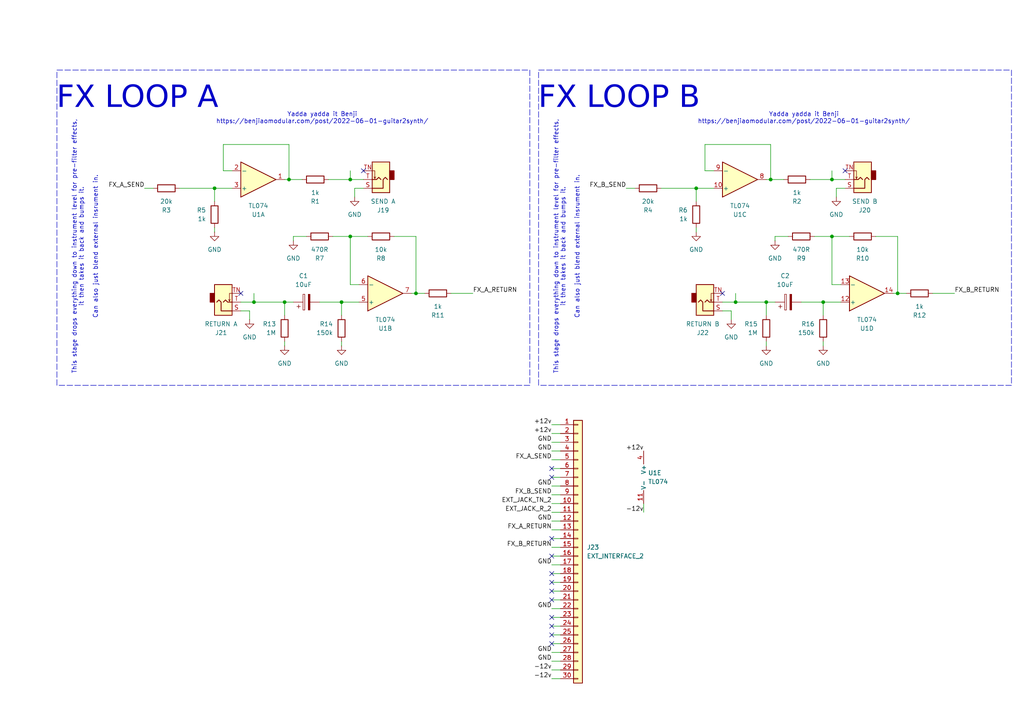
<source format=kicad_sch>
(kicad_sch (version 20231120) (generator "eeschema") (generator_version "8.0")
  (paper "A4")
  (title_block (title "Superstitious Acrobat") (rev "1.0") (company "velvia-fifty") (comment 1 "https://github.com/velvia-fifty/AudioThings") (comment 2 "You should have changed this already :)") (comment 4 "Stay humble"))
  (lib_symbols
    (symbol "Amplifier_Operational:TL074" (pin_names (offset 0.127))
      (property "Reference" "U" (at 0 5.08 0))
      (property "Value" "TL074" (at 0 -5.08 0))
      (symbol "TL074_1_1"
        (polyline (pts (xy -5.08 5.08) (xy 5.08 0) (xy -5.08 -5.08) (xy -5.08 5.08)) (stroke (width 0.254)) (fill (type background)))
        (pin output line (at 7.62 0 180) (length 2.54) (name "~") (number "1"))
        (pin input line (at -7.62 -2.54 0) (length 2.54) (name "-") (number "2"))
        (pin input line (at -7.62 2.54 0) (length 2.54) (name "+") (number "3"))
      )
      (symbol "TL074_2_1"
        (polyline (pts (xy -5.08 5.08) (xy 5.08 0) (xy -5.08 -5.08) (xy -5.08 5.08)) (stroke (width 0.254)) (fill (type background)))
        (pin input line (at -7.62 2.54 0) (length 2.54) (name "+") (number "5"))
        (pin input line (at -7.62 -2.54 0) (length 2.54) (name "-") (number "6"))
        (pin output line (at 7.62 0 180) (length 2.54) (name "~") (number "7"))
      )
      (symbol "TL074_3_1"
        (polyline (pts (xy -5.08 5.08) (xy 5.08 0) (xy -5.08 -5.08) (xy -5.08 5.08)) (stroke (width 0.254)) (fill (type background)))
        (pin input line (at -7.62 2.54 0) (length 2.54) (name "+") (number "10"))
        (pin output line (at 7.62 0 180) (length 2.54) (name "~") (number "8"))
        (pin input line (at -7.62 -2.54 0) (length 2.54) (name "-") (number "9"))
      )
      (symbol "TL074_4_1"
        (polyline (pts (xy -5.08 5.08) (xy 5.08 0) (xy -5.08 -5.08) (xy -5.08 5.08)) (stroke (width 0.254)) (fill (type background)))
        (pin input line (at -7.62 2.54 0) (length 2.54) (name "+") (number "12"))
        (pin input line (at -7.62 -2.54 0) (length 2.54) (name "-") (number "13"))
        (pin output line (at 7.62 0 180) (length 2.54) (name "~") (number "14"))
      )
      (symbol "TL074_5_1"
        (pin power_in line (at -2.54 -7.62 90) (length 3.81) (name "V-") (number "11"))
        (pin power_in line (at -2.54 7.62 270) (length 3.81) (name "V+") (number "4"))
      )
    )
    (symbol "Connector_Audio:AudioJack2_SwitchT"
      (property "Reference" "J" (at 0 8.89 0))
      (property "Value" "AudioJack2_SwitchT" (at 0 6.35 0))
      (symbol "AudioJack2_SwitchT_0_1"
        (rectangle (start -2.54 0) (end -3.81 -2.54) (stroke (width 0.254)) (fill (type outline)))
        (polyline (pts (xy 1.778 -0.254) (xy 2.032 -0.762)))
        (polyline (pts (xy 0 0) (xy 0.635 -0.635) (xy 1.27 0) (xy 2.54 0)) (stroke (width 0.254)))
        (polyline (pts (xy 2.54 -2.54) (xy 1.778 -2.54) (xy 1.778 -0.254) (xy 1.524 -0.762)))
        (polyline (pts (xy 2.54 2.54) (xy -0.635 2.54) (xy -0.635 0) (xy -1.27 -0.635) (xy -1.905 0)) (stroke (width 0.254)))
        (rectangle (start 2.54 3.81) (end -2.54 -5.08) (stroke (width 0.254)) (fill (type background)))
      )
      (symbol "AudioJack2_SwitchT_1_1"
        (pin passive line (at 5.08 2.54 180) (length 2.54) (name "~") (number "S"))
        (pin passive line (at 5.08 0 180) (length 2.54) (name "~") (number "T"))
        (pin passive line (at 5.08 -2.54 180) (length 2.54) (name "~") (number "TN"))
      )
    )
    (symbol "Connector_Generic:Conn_01x30" (pin_names (offset 1.016) hide)
      (property "Reference" "J" (at 0 38.1 0))
      (property "Value" "Conn_01x30" (at 0 -40.64 0))
      (symbol "Conn_01x30_1_1"
        (rectangle (start -1.27 -37.973) (end 0 -38.227) (stroke (width 0.1524)))
        (rectangle (start -1.27 -35.433) (end 0 -35.687) (stroke (width 0.1524)))
        (rectangle (start -1.27 -32.893) (end 0 -33.147) (stroke (width 0.1524)))
        (rectangle (start -1.27 -30.353) (end 0 -30.607) (stroke (width 0.1524)))
        (rectangle (start -1.27 -27.813) (end 0 -28.067) (stroke (width 0.1524)))
        (rectangle (start -1.27 -25.273) (end 0 -25.527) (stroke (width 0.1524)))
        (rectangle (start -1.27 -22.733) (end 0 -22.987) (stroke (width 0.1524)))
        (rectangle (start -1.27 -20.193) (end 0 -20.447) (stroke (width 0.1524)))
        (rectangle (start -1.27 -17.653) (end 0 -17.907) (stroke (width 0.1524)))
        (rectangle (start -1.27 -15.113) (end 0 -15.367) (stroke (width 0.1524)))
        (rectangle (start -1.27 -12.573) (end 0 -12.827) (stroke (width 0.1524)))
        (rectangle (start -1.27 -10.033) (end 0 -10.287) (stroke (width 0.1524)))
        (rectangle (start -1.27 -7.493) (end 0 -7.747) (stroke (width 0.1524)))
        (rectangle (start -1.27 -4.953) (end 0 -5.207) (stroke (width 0.1524)))
        (rectangle (start -1.27 -2.413) (end 0 -2.667) (stroke (width 0.1524)))
        (rectangle (start -1.27 0.127) (end 0 -0.127) (stroke (width 0.1524)))
        (rectangle (start -1.27 2.667) (end 0 2.413) (stroke (width 0.1524)))
        (rectangle (start -1.27 5.207) (end 0 4.953) (stroke (width 0.1524)))
        (rectangle (start -1.27 7.747) (end 0 7.493) (stroke (width 0.1524)))
        (rectangle (start -1.27 10.287) (end 0 10.033) (stroke (width 0.1524)))
        (rectangle (start -1.27 12.827) (end 0 12.573) (stroke (width 0.1524)))
        (rectangle (start -1.27 15.367) (end 0 15.113) (stroke (width 0.1524)))
        (rectangle (start -1.27 17.907) (end 0 17.653) (stroke (width 0.1524)))
        (rectangle (start -1.27 20.447) (end 0 20.193) (stroke (width 0.1524)))
        (rectangle (start -1.27 22.987) (end 0 22.733) (stroke (width 0.1524)))
        (rectangle (start -1.27 25.527) (end 0 25.273) (stroke (width 0.1524)))
        (rectangle (start -1.27 28.067) (end 0 27.813) (stroke (width 0.1524)))
        (rectangle (start -1.27 30.607) (end 0 30.353) (stroke (width 0.1524)))
        (rectangle (start -1.27 33.147) (end 0 32.893) (stroke (width 0.1524)))
        (rectangle (start -1.27 35.687) (end 0 35.433) (stroke (width 0.1524)))
        (rectangle (start -1.27 36.83) (end 1.27 -39.37) (stroke (width 0.254)) (fill (type background)))
        (pin passive line (at -5.08 35.56 0) (length 3.81) (name "Pin_1") (number "1"))
        (pin passive line (at -5.08 12.7 0) (length 3.81) (name "Pin_10") (number "10"))
        (pin passive line (at -5.08 10.16 0) (length 3.81) (name "Pin_11") (number "11"))
        (pin passive line (at -5.08 7.62 0) (length 3.81) (name "Pin_12") (number "12"))
        (pin passive line (at -5.08 5.08 0) (length 3.81) (name "Pin_13") (number "13"))
        (pin passive line (at -5.08 2.54 0) (length 3.81) (name "Pin_14") (number "14"))
        (pin passive line (at -5.08 0 0) (length 3.81) (name "Pin_15") (number "15"))
        (pin passive line (at -5.08 -2.54 0) (length 3.81) (name "Pin_16") (number "16"))
        (pin passive line (at -5.08 -5.08 0) (length 3.81) (name "Pin_17") (number "17"))
        (pin passive line (at -5.08 -7.62 0) (length 3.81) (name "Pin_18") (number "18"))
        (pin passive line (at -5.08 -10.16 0) (length 3.81) (name "Pin_19") (number "19"))
        (pin passive line (at -5.08 33.02 0) (length 3.81) (name "Pin_2") (number "2"))
        (pin passive line (at -5.08 -12.7 0) (length 3.81) (name "Pin_20") (number "20"))
        (pin passive line (at -5.08 -15.24 0) (length 3.81) (name "Pin_21") (number "21"))
        (pin passive line (at -5.08 -17.78 0) (length 3.81) (name "Pin_22") (number "22"))
        (pin passive line (at -5.08 -20.32 0) (length 3.81) (name "Pin_23") (number "23"))
        (pin passive line (at -5.08 -22.86 0) (length 3.81) (name "Pin_24") (number "24"))
        (pin passive line (at -5.08 -25.4 0) (length 3.81) (name "Pin_25") (number "25"))
        (pin passive line (at -5.08 -27.94 0) (length 3.81) (name "Pin_26") (number "26"))
        (pin passive line (at -5.08 -30.48 0) (length 3.81) (name "Pin_27") (number "27"))
        (pin passive line (at -5.08 -33.02 0) (length 3.81) (name "Pin_28") (number "28"))
        (pin passive line (at -5.08 -35.56 0) (length 3.81) (name "Pin_29") (number "29"))
        (pin passive line (at -5.08 30.48 0) (length 3.81) (name "Pin_3") (number "3"))
        (pin passive line (at -5.08 -38.1 0) (length 3.81) (name "Pin_30") (number "30"))
        (pin passive line (at -5.08 27.94 0) (length 3.81) (name "Pin_4") (number "4"))
        (pin passive line (at -5.08 25.4 0) (length 3.81) (name "Pin_5") (number "5"))
        (pin passive line (at -5.08 22.86 0) (length 3.81) (name "Pin_6") (number "6"))
        (pin passive line (at -5.08 20.32 0) (length 3.81) (name "Pin_7") (number "7"))
        (pin passive line (at -5.08 17.78 0) (length 3.81) (name "Pin_8") (number "8"))
        (pin passive line (at -5.08 15.24 0) (length 3.81) (name "Pin_9") (number "9"))
      )
    )
    (symbol "Device:C_Polarized" (pin_numbers hide) (pin_names (offset 0.254))
      (property "Reference" "C" (at 0.635 2.54 0))
      (property "Value" "C_Polarized" (at 0.635 -2.54 0))
      (symbol "C_Polarized_0_1"
        (rectangle (start -2.286 0.508) (end 2.286 1.016))
        (polyline (pts (xy -1.778 2.286) (xy -0.762 2.286)))
        (polyline (pts (xy -1.27 2.794) (xy -1.27 1.778)))
        (rectangle (start 2.286 -0.508) (end -2.286 -1.016) (fill (type outline)))
      )
      (symbol "C_Polarized_1_1"
        (pin passive line (at 0 3.81 270) (length 2.794) (name "~") (number "1"))
        (pin passive line (at 0 -3.81 90) (length 2.794) (name "~") (number "2"))
      )
    )
    (symbol "Device:R" (pin_numbers hide) (pin_names (offset 0))
      (property "Reference" "R" (at 2.032 0 90))
      (property "Value" "R" (at 0 0 90))
      (symbol "R_0_1"
        (rectangle (start -1.016 -2.54) (end 1.016 2.54) (stroke (width 0.254)))
      )
      (symbol "R_1_1"
        (pin passive line (at 0 3.81 270) (length 1.27) (name "~") (number "1"))
        (pin passive line (at 0 -3.81 90) (length 1.27) (name "~") (number "2"))
      )
    )
    (symbol "power:GND" (power) (pin_numbers hide) (pin_names (offset 0) hide)
      (property "Value" "GND" (at 0 -3.81 0))
      (symbol "GND_0_1"
        (polyline (pts (xy 0 0) (xy 0 -1.27) (xy 1.27 -1.27) (xy 0 -2.54) (xy -1.27 -1.27) (xy 0 -1.27)))
      )
      (symbol "GND_1_1"
        (pin power_in line (at 0 0 270) (length 0) (name "~") (number "1"))
      )
    )
  )
  (junction (at 83.82 52.07))
  (junction (at 241.3 52.07))
  (junction (at 101.6 52.07))
  (junction (at 260.35 85.09))
  (junction (at 213.36 87.63))
  (junction (at 120.65 85.09))
  (junction (at 62.23 54.61))
  (junction (at 241.3 68.58))
  (junction (at 82.55 87.63))
  (junction (at 223.52 52.07))
  (junction (at 201.93 54.61))
  (junction (at 222.25 87.63))
  (junction (at 99.06 87.63))
  (junction (at 73.66 87.63))
  (junction (at 101.6 68.58))
  (junction (at 238.76 87.63))
  (no_connect (at 160.02 171.45))
  (no_connect (at 160.02 173.99))
  (no_connect (at 160.02 181.61))
  (no_connect (at 160.02 156.21))
  (no_connect (at 160.02 179.07))
  (no_connect (at 69.85 85.09))
  (no_connect (at 160.02 186.69))
  (no_connect (at 160.02 138.43))
  (no_connect (at 160.02 168.91))
  (no_connect (at 160.02 135.89))
  (no_connect (at 209.55 85.09))
  (no_connect (at 160.02 166.37))
  (no_connect (at 245.11 49.53))
  (no_connect (at 160.02 184.15))
  (no_connect (at 105.41 49.53))
  (no_connect (at 160.02 161.29))
  (wire (pts (xy 227.33 52.07) (xy 223.52 52.07)))
  (wire (pts (xy 224.79 68.58) (xy 228.6 68.58)))
  (wire (pts (xy 242.57 57.15) (xy 242.57 54.61)))
  (wire (pts (xy 243.84 87.63) (xy 238.76 87.63)))
  (wire (pts (xy 238.76 91.44) (xy 238.76 87.63)))
  (wire (pts (xy 162.56 140.97) (xy 160.02 140.97)))
  (wire (pts (xy 101.6 82.55) (xy 101.6 68.58)))
  (wire (pts (xy 162.56 158.75) (xy 160.02 158.75)))
  (wire (pts (xy 99.06 87.63) (xy 92.71 87.63)))
  (wire (pts (xy 162.56 173.99) (xy 160.02 173.99)))
  (wire (pts (xy 41.91 54.61) (xy 44.45 54.61)))
  (wire (pts (xy 62.23 54.61) (xy 62.23 58.42)))
  (wire (pts (xy 85.09 87.63) (xy 82.55 87.63)))
  (wire (pts (xy 186.69 148.59) (xy 186.69 146.05)))
  (wire (pts (xy 99.06 91.44) (xy 99.06 87.63)))
  (wire (pts (xy 87.63 52.07) (xy 83.82 52.07)))
  (wire (pts (xy 72.39 90.17) (xy 69.85 90.17)))
  (wire (pts (xy 162.56 166.37) (xy 160.02 166.37)))
  (wire (pts (xy 83.82 41.91) (xy 83.82 52.07)))
  (wire (pts (xy 64.77 49.53) (xy 64.77 41.91)))
  (wire (pts (xy 162.56 186.69) (xy 160.02 186.69)))
  (wire (pts (xy 254 68.58) (xy 260.35 68.58)))
  (wire (pts (xy 162.56 146.05) (xy 160.02 146.05)))
  (wire (pts (xy 241.3 82.55) (xy 241.3 68.58)))
  (wire (pts (xy 162.56 168.91) (xy 160.02 168.91)))
  (wire (pts (xy 212.09 90.17) (xy 209.55 90.17)))
  (wire (pts (xy 241.3 49.53) (xy 241.3 52.07)))
  (wire (pts (xy 242.57 54.61) (xy 245.11 54.61)))
  (wire (pts (xy 204.47 41.91) (xy 223.52 41.91)))
  (wire (pts (xy 191.77 54.61) (xy 201.93 54.61)))
  (wire (pts (xy 162.56 151.13) (xy 160.02 151.13)))
  (wire (pts (xy 162.56 128.27) (xy 160.02 128.27)))
  (wire (pts (xy 72.39 92.71) (xy 72.39 90.17)))
  (wire (pts (xy 69.85 87.63) (xy 73.66 87.63)))
  (wire (pts (xy 52.07 54.61) (xy 62.23 54.61)))
  (wire (pts (xy 104.14 82.55) (xy 101.6 82.55)))
  (wire (pts (xy 213.36 85.09) (xy 213.36 87.63)))
  (wire (pts (xy 85.09 69.85) (xy 85.09 68.58)))
  (wire (pts (xy 162.56 156.21) (xy 160.02 156.21)))
  (wire (pts (xy 204.47 49.53) (xy 204.47 41.91)))
  (wire (pts (xy 162.56 130.81) (xy 160.02 130.81)))
  (wire (pts (xy 123.19 85.09) (xy 120.65 85.09)))
  (wire (pts (xy 162.56 196.85) (xy 160.02 196.85)))
  (wire (pts (xy 101.6 52.07) (xy 105.41 52.07)))
  (wire (pts (xy 114.3 68.58) (xy 120.65 68.58)))
  (wire (pts (xy 260.35 85.09) (xy 259.08 85.09)))
  (wire (pts (xy 236.22 68.58) (xy 241.3 68.58)))
  (wire (pts (xy 162.56 143.51) (xy 160.02 143.51)))
  (wire (pts (xy 101.6 68.58) (xy 106.68 68.58)))
  (wire (pts (xy 224.79 69.85) (xy 224.79 68.58)))
  (wire (pts (xy 73.66 85.09) (xy 73.66 87.63)))
  (wire (pts (xy 95.25 52.07) (xy 101.6 52.07)))
  (wire (pts (xy 224.79 87.63) (xy 222.25 87.63)))
  (wire (pts (xy 162.56 135.89) (xy 160.02 135.89)))
  (wire (pts (xy 212.09 92.71) (xy 212.09 90.17)))
  (wire (pts (xy 162.56 191.77) (xy 160.02 191.77)))
  (wire (pts (xy 162.56 133.35) (xy 160.02 133.35)))
  (wire (pts (xy 162.56 148.59) (xy 160.02 148.59)))
  (wire (pts (xy 162.56 125.73) (xy 160.02 125.73)))
  (wire (pts (xy 222.25 99.06) (xy 222.25 100.33)))
  (wire (pts (xy 209.55 87.63) (xy 213.36 87.63)))
  (wire (pts (xy 234.95 52.07) (xy 241.3 52.07)))
  (wire (pts (xy 260.35 68.58) (xy 260.35 85.09)))
  (wire (pts (xy 162.56 194.31) (xy 160.02 194.31)))
  (wire (pts (xy 238.76 99.06) (xy 238.76 100.33)))
  (wire (pts (xy 102.87 54.61) (xy 105.41 54.61)))
  (wire (pts (xy 162.56 181.61) (xy 160.02 181.61)))
  (wire (pts (xy 222.25 91.44) (xy 222.25 87.63)))
  (wire (pts (xy 99.06 99.06) (xy 99.06 100.33)))
  (wire (pts (xy 207.01 49.53) (xy 204.47 49.53)))
  (wire (pts (xy 162.56 163.83) (xy 160.02 163.83)))
  (wire (pts (xy 82.55 52.07) (xy 83.82 52.07)))
  (wire (pts (xy 162.56 123.19) (xy 160.02 123.19)))
  (wire (pts (xy 120.65 68.58) (xy 120.65 85.09)))
  (wire (pts (xy 104.14 87.63) (xy 99.06 87.63)))
  (wire (pts (xy 162.56 176.53) (xy 160.02 176.53)))
  (wire (pts (xy 222.25 52.07) (xy 223.52 52.07)))
  (wire (pts (xy 207.01 54.61) (xy 201.93 54.61)))
  (wire (pts (xy 82.55 99.06) (xy 82.55 100.33)))
  (wire (pts (xy 243.84 82.55) (xy 241.3 82.55)))
  (wire (pts (xy 162.56 161.29) (xy 160.02 161.29)))
  (wire (pts (xy 181.61 54.61) (xy 184.15 54.61)))
  (wire (pts (xy 270.51 85.09) (xy 276.86 85.09)))
  (wire (pts (xy 213.36 87.63) (xy 222.25 87.63)))
  (wire (pts (xy 85.09 68.58) (xy 88.9 68.58)))
  (wire (pts (xy 96.52 68.58) (xy 101.6 68.58)))
  (wire (pts (xy 64.77 41.91) (xy 83.82 41.91)))
  (wire (pts (xy 67.31 54.61) (xy 62.23 54.61)))
  (wire (pts (xy 162.56 171.45) (xy 160.02 171.45)))
  (wire (pts (xy 162.56 153.67) (xy 160.02 153.67)))
  (wire (pts (xy 162.56 184.15) (xy 160.02 184.15)))
  (wire (pts (xy 82.55 91.44) (xy 82.55 87.63)))
  (wire (pts (xy 241.3 52.07) (xy 245.11 52.07)))
  (wire (pts (xy 162.56 179.07) (xy 160.02 179.07)))
  (wire (pts (xy 262.89 85.09) (xy 260.35 85.09)))
  (wire (pts (xy 73.66 87.63) (xy 82.55 87.63)))
  (wire (pts (xy 162.56 189.23) (xy 160.02 189.23)))
  (wire (pts (xy 62.23 66.04) (xy 62.23 67.31)))
  (wire (pts (xy 201.93 54.61) (xy 201.93 58.42)))
  (wire (pts (xy 162.56 138.43) (xy 160.02 138.43)))
  (wire (pts (xy 130.81 85.09) (xy 137.16 85.09)))
  (wire (pts (xy 67.31 49.53) (xy 64.77 49.53)))
  (wire (pts (xy 101.6 49.53) (xy 101.6 52.07)))
  (wire (pts (xy 201.93 66.04) (xy 201.93 67.31)))
  (wire (pts (xy 120.65 85.09) (xy 119.38 85.09)))
  (wire (pts (xy 223.52 41.91) (xy 223.52 52.07)))
  (wire (pts (xy 102.87 57.15) (xy 102.87 54.61)))
  (wire (pts (xy 238.76 87.63) (xy 232.41 87.63)))
  (wire (pts (xy 241.3 68.58) (xy 246.38 68.58)))
  (rectangle (start 156.21 20.32) (end 293.37 111.76) (stroke (width 0) (type dash)))
  (rectangle (start 16.51 20.32) (end 153.67 111.76) (stroke (width 0) (type dash)))
  (text "FX LOOP B" (at 179.578 30.226 0) (effects (font (size 6.35 6.35))))
  (text "Yadda yadda it Benji\nhttps://benjiaomodular.com/post/2022-06-01-guitar2synth/" (at 93.472 34.29 0) (effects (font (size 1.27 1.27))))
  (text "Yadda yadda it Benji\nhttps://benjiaomodular.com/post/2022-06-01-guitar2synth/" (at 233.172 34.29 0) (effects (font (size 1.27 1.27))))
  (text "FX LOOP A" (at 39.878 30.226 0) (effects (font (size 6.35 6.35))))
  (text "This stage drops everything down to instrument level for pre-filter effects,\nit then takes it back and bumps it.\n\nCan also just blend external insrument in." (at 164.338 71.628 90) (effects (font (size 1.27 1.27))))
  (text "This stage drops everything down to instrument level for pre-filter effects,\nit then takes it back and bumps it.\n\nCan also just blend external insrument in." (at 24.638 71.628 90) (effects (font (size 1.27 1.27))))
  (label "FX_A_SEND" (at 41.91 54.61 180))
  (label "FX_B_SEND" (at 160.02 143.51 180))
  (label "GND" (at 160.02 140.97 180))
  (label "+12v" (at 160.02 123.19 180))
  (label "EXT_JACK_R_2" (at 160.02 148.59 180))
  (label "GND" (at 160.02 189.23 180))
  (label "GND" (at 160.02 163.83 180))
  (label "GND" (at 160.02 151.13 180))
  (label "FX_B_SEND" (at 181.61 54.61 180))
  (label "FX_B_RETURN" (at 160.02 158.75 180))
  (label "+12v" (at 160.02 125.73 180))
  (label "-12v" (at 160.02 196.85 180))
  (label "FX_A_SEND" (at 160.02 133.35 180))
  (label "-12v" (at 160.02 194.31 180))
  (label "-12v" (at 186.69 148.59 180))
  (label "FX_B_RETURN" (at 276.86 85.09 0))
  (label "EXT_JACK_TN_2" (at 160.02 146.05 180))
  (label "GND" (at 160.02 130.81 180))
  (label "FX_A_RETURN" (at 137.16 85.09 0))
  (label "GND" (at 160.02 128.27 180))
  (label "FX_A_RETURN" (at 160.02 153.67 180))
  (label "GND" (at 160.02 176.53 180))
  (label "GND" (at 160.02 191.77 180))
  (label "+12v" (at 186.69 130.81 180))
  (symbol (lib_id "Device:R") (at 222.25 95.25 0) (mirror x) (unit 1)
    (property "Reference" "R15" (at 219.7916 93.9799 0) (effects (justify right)))
    (property "Value" "1M" (at 219.7916 96.5199 0) (effects (justify right)))
    (property "Footprint" "Resistor_SMD:R_0805_2012Metric_Pad1.20x1.40mm_HandSolder" (effects (hide yes)))
    (property "Description" "Resistor" (effects (hide yes)))
  )
  (symbol (lib_id "Device:R") (at 238.76 95.25 0) (mirror x) (unit 1)
    (property "Reference" "R16" (at 236.3016 93.9799 0) (effects (justify right)))
    (property "Value" "150k" (at 236.3016 96.5199 0) (effects (justify right)))
    (property "Footprint" "Resistor_SMD:R_0805_2012Metric_Pad1.20x1.40mm_HandSolder" (effects (hide yes)))
    (property "Description" "Resistor" (effects (hide yes)))
  )
  (symbol (lib_id "Amplifier_Operational:TL074") (at 74.93 52.07 0) (mirror x) (unit 1)
    (property "Reference" "U1" (at 74.93 62.23 0))
    (property "Value" "TL074" (at 74.93 59.69 0))
    (property "Footprint" "Package_SO:TSSOP-14_4.4x5mm_P0.65mm" (effects (hide yes)))
    (property "Datasheet" "http://www.ti.com/lit/ds/symlink/tl071.pdf" (effects (hide yes)))
    (property "Description" "Quad Low-Noise JFET-Input Operational Amplifiers, DIP-14/SOIC-14" (effects (hide yes)))
  )
  (symbol (lib_id "power:GND") (at 62.23 67.31 0) (unit 1)
    (property "Reference" "#PWR03" (effects (hide yes)))
    (property "Value" "GND" (at 62.23 72.39 0))
    (property "Description" "Power symbol creates a global label with name \"GND\" , ground" (effects (hide yes)))
  )
  (symbol (lib_id "power:GND") (at 99.06 100.33 0) (unit 1)
    (property "Reference" "#PWR010" (effects (hide yes)))
    (property "Value" "GND" (at 99.06 105.41 0))
    (property "Description" "Power symbol creates a global label with name \"GND\" , ground" (effects (hide yes)))
  )
  (symbol (lib_id "Device:R") (at 91.44 52.07 90) (mirror x) (unit 1)
    (property "Reference" "R1" (at 91.44 58.42 90))
    (property "Value" "1k" (at 91.44 55.88 90))
    (property "Footprint" "Resistor_SMD:R_0805_2012Metric_Pad1.20x1.40mm_HandSolder" (effects (hide yes)))
    (property "Description" "Resistor" (effects (hide yes)))
  )
  (symbol (lib_id "Device:R") (at 250.19 68.58 90) (mirror x) (unit 1)
    (property "Reference" "R10" (at 250.19 74.93 90))
    (property "Value" "10k" (at 250.19 72.39 90))
    (property "Footprint" "Resistor_SMD:R_0805_2012Metric_Pad1.20x1.40mm_HandSolder" (effects (hide yes)))
    (property "Description" "Resistor" (effects (hide yes)))
  )
  (symbol (lib_id "Connector_Audio:AudioJack2_SwitchT") (at 64.77 87.63 0) (mirror x) (unit 1)
    (property "Reference" "J21" (at 64.135 96.52 0))
    (property "Value" "RETURN A" (at 64.135 93.98 0))
    (property "Footprint" "AT-Footprints:Quarter Inch" (effects (hide yes)))
    (property "Description" "Audio Jack, 2 Poles (Mono / TS), Switched T Pole (Normalling)" (effects (hide yes)))
  )
  (symbol (lib_id "Device:R") (at 232.41 68.58 90) (mirror x) (unit 1)
    (property "Reference" "R9" (at 232.41 74.93 90))
    (property "Value" "470R" (at 232.41 72.39 90))
    (property "Footprint" "Resistor_SMD:R_0805_2012Metric_Pad1.20x1.40mm_HandSolder" (effects (hide yes)))
    (property "Description" "Resistor" (effects (hide yes)))
  )
  (symbol (lib_id "Device:R") (at 266.7 85.09 90) (mirror x) (unit 1)
    (property "Reference" "R12" (at 266.7 91.44 90))
    (property "Value" "1k" (at 266.7 88.9 90))
    (property "Footprint" "Resistor_SMD:R_0805_2012Metric_Pad1.20x1.40mm_HandSolder" (effects (hide yes)))
    (property "Description" "Resistor" (effects (hide yes)))
  )
  (symbol (lib_id "Amplifier_Operational:TL074") (at 111.76 85.09 0) (mirror x) (unit 2)
    (property "Reference" "U1" (at 111.76 95.25 0))
    (property "Value" "TL074" (at 111.76 92.71 0))
    (property "Footprint" "Package_SO:TSSOP-14_4.4x5mm_P0.65mm" (effects (hide yes)))
    (property "Datasheet" "http://www.ti.com/lit/ds/symlink/tl071.pdf" (effects (hide yes)))
    (property "Description" "Quad Low-Noise JFET-Input Operational Amplifiers, DIP-14/SOIC-14" (effects (hide yes)))
  )
  (symbol (lib_id "Device:R") (at 92.71 68.58 90) (mirror x) (unit 1)
    (property "Reference" "R7" (at 92.71 74.93 90))
    (property "Value" "470R" (at 92.71 72.39 90))
    (property "Footprint" "Resistor_SMD:R_0805_2012Metric_Pad1.20x1.40mm_HandSolder" (effects (hide yes)))
    (property "Description" "Resistor" (effects (hide yes)))
  )
  (symbol (lib_id "Device:R") (at 201.93 62.23 0) (mirror x) (unit 1)
    (property "Reference" "R6" (at 199.4716 60.9599 0) (effects (justify right)))
    (property "Value" "1k" (at 199.4716 63.4999 0) (effects (justify right)))
    (property "Footprint" "Resistor_SMD:R_0805_2012Metric_Pad1.20x1.40mm_HandSolder" (effects (hide yes)))
    (property "Description" "Resistor" (effects (hide yes)))
  )
  (symbol (lib_id "Connector_Audio:AudioJack2_SwitchT") (at 250.19 52.07 180) (unit 1)
    (property "Reference" "J20" (at 250.825 60.96 0))
    (property "Value" "SEND B" (at 250.825 58.42 0))
    (property "Footprint" "AT-Footprints:Quarter Inch" (effects (hide yes)))
    (property "Description" "Audio Jack, 2 Poles (Mono / TS), Switched T Pole (Normalling)" (effects (hide yes)))
  )
  (symbol (lib_id "Device:R") (at 110.49 68.58 90) (mirror x) (unit 1)
    (property "Reference" "R8" (at 110.49 74.93 90))
    (property "Value" "10k" (at 110.49 72.39 90))
    (property "Footprint" "Resistor_SMD:R_0805_2012Metric_Pad1.20x1.40mm_HandSolder" (effects (hide yes)))
    (property "Description" "Resistor" (effects (hide yes)))
  )
  (symbol (lib_id "Device:R") (at 48.26 54.61 90) (mirror x) (unit 1)
    (property "Reference" "R3" (at 48.26 60.96 90))
    (property "Value" "20k" (at 48.26 58.42 90))
    (property "Footprint" "Resistor_SMD:R_0805_2012Metric_Pad1.20x1.40mm_HandSolder" (effects (hide yes)))
    (property "Description" "Resistor" (effects (hide yes)))
  )
  (symbol (lib_id "Device:R") (at 187.96 54.61 90) (mirror x) (unit 1)
    (property "Reference" "R4" (at 187.96 60.96 90))
    (property "Value" "20k" (at 187.96 58.42 90))
    (property "Footprint" "Resistor_SMD:R_0805_2012Metric_Pad1.20x1.40mm_HandSolder" (effects (hide yes)))
    (property "Description" "Resistor" (effects (hide yes)))
  )
  (symbol (lib_id "power:GND") (at 102.87 57.15 0) (unit 1)
    (property "Reference" "#PWR01" (effects (hide yes)))
    (property "Value" "GND" (at 102.87 62.23 0))
    (property "Description" "Power symbol creates a global label with name \"GND\" , ground" (effects (hide yes)))
  )
  (symbol (lib_id "Device:R") (at 82.55 95.25 0) (mirror x) (unit 1)
    (property "Reference" "R13" (at 80.0916 93.9799 0) (effects (justify right)))
    (property "Value" "1M" (at 80.0916 96.5199 0) (effects (justify right)))
    (property "Footprint" "Resistor_SMD:R_0805_2012Metric_Pad1.20x1.40mm_HandSolder" (effects (hide yes)))
    (property "Description" "Resistor" (effects (hide yes)))
  )
  (symbol (lib_id "Device:R") (at 62.23 62.23 0) (mirror x) (unit 1)
    (property "Reference" "R5" (at 59.7716 60.9599 0) (effects (justify right)))
    (property "Value" "1k" (at 59.7716 63.4999 0) (effects (justify right)))
    (property "Footprint" "Resistor_SMD:R_0805_2012Metric_Pad1.20x1.40mm_HandSolder" (effects (hide yes)))
    (property "Description" "Resistor" (effects (hide yes)))
  )
  (symbol (lib_id "power:GND") (at 238.76 100.33 0) (unit 1)
    (property "Reference" "#PWR012" (effects (hide yes)))
    (property "Value" "GND" (at 238.76 105.41 0))
    (property "Description" "Power symbol creates a global label with name \"GND\" , ground" (effects (hide yes)))
  )
  (symbol (lib_id "Device:C_Polarized") (at 228.6 87.63 90) (unit 1)
    (property "Reference" "C2" (at 227.711 80.01 90))
    (property "Value" "10uF" (at 227.711 82.55 90))
    (property "Footprint" "Capacitor_SMD:CP_Elec_5x5.4" (effects (hide yes)))
    (property "Datasheet" "https://www.digikey.com/en/products/detail/nichicon/UUQ1V100MCL1GB/1963930" (effects (hide yes)))
    (property "Description" "Polarized capacitor" (effects (hide yes)))
  )
  (symbol (lib_id "power:GND") (at 224.79 69.85 0) (unit 1)
    (property "Reference" "#PWR06" (effects (hide yes)))
    (property "Value" "GND" (at 224.79 74.93 0))
    (property "Description" "Power symbol creates a global label with name \"GND\" , ground" (effects (hide yes)))
  )
  (symbol (lib_id "Device:C_Polarized") (at 88.9 87.63 90) (unit 1)
    (property "Reference" "C1" (at 88.011 80.01 90))
    (property "Value" "10uF" (at 88.011 82.55 90))
    (property "Footprint" "Capacitor_SMD:CP_Elec_5x5.4" (effects (hide yes)))
    (property "Datasheet" "https://www.digikey.com/en/products/detail/nichicon/UUQ1V100MCL1GB/1963930" (effects (hide yes)))
    (property "Description" "Polarized capacitor" (effects (hide yes)))
  )
  (symbol (lib_id "power:GND") (at 242.57 57.15 0) (unit 1)
    (property "Reference" "#PWR02" (effects (hide yes)))
    (property "Value" "GND" (at 242.57 62.23 0))
    (property "Description" "Power symbol creates a global label with name \"GND\" , ground" (effects (hide yes)))
  )
  (symbol (lib_id "Device:R") (at 99.06 95.25 0) (mirror x) (unit 1)
    (property "Reference" "R14" (at 96.6016 93.9799 0) (effects (justify right)))
    (property "Value" "150k" (at 96.6016 96.5199 0) (effects (justify right)))
    (property "Footprint" "Resistor_SMD:R_0805_2012Metric_Pad1.20x1.40mm_HandSolder" (effects (hide yes)))
    (property "Description" "Resistor" (effects (hide yes)))
  )
  (symbol (lib_id "Amplifier_Operational:TL074") (at 251.46 85.09 0) (mirror x) (unit 4)
    (property "Reference" "U1" (at 251.46 95.25 0))
    (property "Value" "TL074" (at 251.46 92.71 0))
    (property "Datasheet" "http://www.ti.com/lit/ds/symlink/tl071.pdf" (effects (hide yes)))
    (property "Description" "Quad Low-Noise JFET-Input Operational Amplifiers, DIP-14/SOIC-14" (effects (hide yes)))
  )
  (symbol (lib_id "power:GND") (at 212.09 92.71 0) (mirror y) (unit 1)
    (property "Reference" "#PWR08" (effects (hide yes)))
    (property "Value" "GND" (at 212.09 97.79 0))
    (property "Description" "Power symbol creates a global label with name \"GND\" , ground" (effects (hide yes)))
  )
  (symbol (lib_id "power:GND") (at 82.55 100.33 0) (unit 1)
    (property "Reference" "#PWR09" (effects (hide yes)))
    (property "Value" "GND" (at 82.55 105.41 0))
    (property "Description" "Power symbol creates a global label with name \"GND\" , ground" (effects (hide yes)))
  )
  (symbol (lib_id "Amplifier_Operational:TL074") (at 214.63 52.07 0) (mirror x) (unit 3)
    (property "Reference" "U1" (at 214.63 62.23 0))
    (property "Value" "TL074" (at 214.63 59.69 0))
    (property "Datasheet" "http://www.ti.com/lit/ds/symlink/tl071.pdf" (effects (hide yes)))
    (property "Description" "Quad Low-Noise JFET-Input Operational Amplifiers, DIP-14/SOIC-14" (effects (hide yes)))
  )
  (symbol (lib_id "Amplifier_Operational:TL074") (at 189.23 138.43 0) (unit 5)
    (property "Reference" "U1" (at 187.96 137.1599 0) (effects (justify left)))
    (property "Value" "TL074" (at 187.96 139.6999 0) (effects (justify left)))
    (property "Datasheet" "http://www.ti.com/lit/ds/symlink/tl071.pdf" (effects (hide yes)))
    (property "Description" "Quad Low-Noise JFET-Input Operational Amplifiers, DIP-14/SOIC-14" (effects (hide yes)))
  )
  (symbol (lib_id "power:GND") (at 85.09 69.85 0) (unit 1)
    (property "Reference" "#PWR05" (effects (hide yes)))
    (property "Value" "GND" (at 85.09 74.93 0))
    (property "Description" "Power symbol creates a global label with name \"GND\" , ground" (effects (hide yes)))
  )
  (symbol (lib_id "Connector_Generic:Conn_01x30") (at 167.64 158.75 0) (unit 1)
    (property "Reference" "J23" (at 170.18 158.7499 0) (effects (justify left)))
    (property "Value" "EXT_INTERFACE_2" (at 170.18 161.2899 0) (effects (justify left)))
    (property "Footprint" "AT-Footprints:AMPHENOL_SFV30R-4STE1HLF - FFC - 30 RA" (effects (hide yes)))
    (property "Description" "Generic connector, single row, 01x30, script generated (kicad-library-utils/schlib/autogen/connector/)" (effects (hide yes)))
  )
  (symbol (lib_id "power:GND") (at 222.25 100.33 0) (unit 1)
    (property "Reference" "#PWR011" (effects (hide yes)))
    (property "Value" "GND" (at 222.25 105.41 0))
    (property "Description" "Power symbol creates a global label with name \"GND\" , ground" (effects (hide yes)))
  )
  (symbol (lib_id "Device:R") (at 231.14 52.07 90) (mirror x) (unit 1)
    (property "Reference" "R2" (at 231.14 58.42 90))
    (property "Value" "1k" (at 231.14 55.88 90))
    (property "Footprint" "Resistor_SMD:R_0805_2012Metric_Pad1.20x1.40mm_HandSolder" (effects (hide yes)))
    (property "Description" "Resistor" (effects (hide yes)))
  )
  (symbol (lib_id "power:GND") (at 201.93 67.31 0) (unit 1)
    (property "Reference" "#PWR04" (effects (hide yes)))
    (property "Value" "GND" (at 201.93 72.39 0))
    (property "Description" "Power symbol creates a global label with name \"GND\" , ground" (effects (hide yes)))
  )
  (symbol (lib_id "Connector_Audio:AudioJack2_SwitchT") (at 110.49 52.07 180) (unit 1)
    (property "Reference" "J19" (at 111.125 60.96 0))
    (property "Value" "SEND A" (at 111.125 58.42 0))
    (property "Footprint" "AT-Footprints:Quarter Inch" (effects (hide yes)))
    (property "Description" "Audio Jack, 2 Poles (Mono / TS), Switched T Pole (Normalling)" (effects (hide yes)))
  )
  (symbol (lib_id "Connector_Audio:AudioJack2_SwitchT") (at 204.47 87.63 0) (mirror x) (unit 1)
    (property "Reference" "J22" (at 203.835 96.52 0))
    (property "Value" "RETURN B" (at 203.835 93.98 0))
    (property "Footprint" "AT-Footprints:Quarter Inch" (effects (hide yes)))
    (property "Description" "Audio Jack, 2 Poles (Mono / TS), Switched T Pole (Normalling)" (effects (hide yes)))
  )
  (symbol (lib_id "power:GND") (at 72.39 92.71 0) (mirror y) (unit 1)
    (property "Reference" "#PWR07" (effects (hide yes)))
    (property "Value" "GND" (at 72.39 97.79 0))
    (property "Description" "Power symbol creates a global label with name \"GND\" , ground" (effects (hide yes)))
  )
  (symbol (lib_id "Device:R") (at 127 85.09 90) (mirror x) (unit 1)
    (property "Reference" "R11" (at 127 91.44 90))
    (property "Value" "1k" (at 127 88.9 90))
    (property "Footprint" "Resistor_SMD:R_0805_2012Metric_Pad1.20x1.40mm_HandSolder" (effects (hide yes)))
    (property "Description" "Resistor" (effects (hide yes)))
  )
)
</source>
